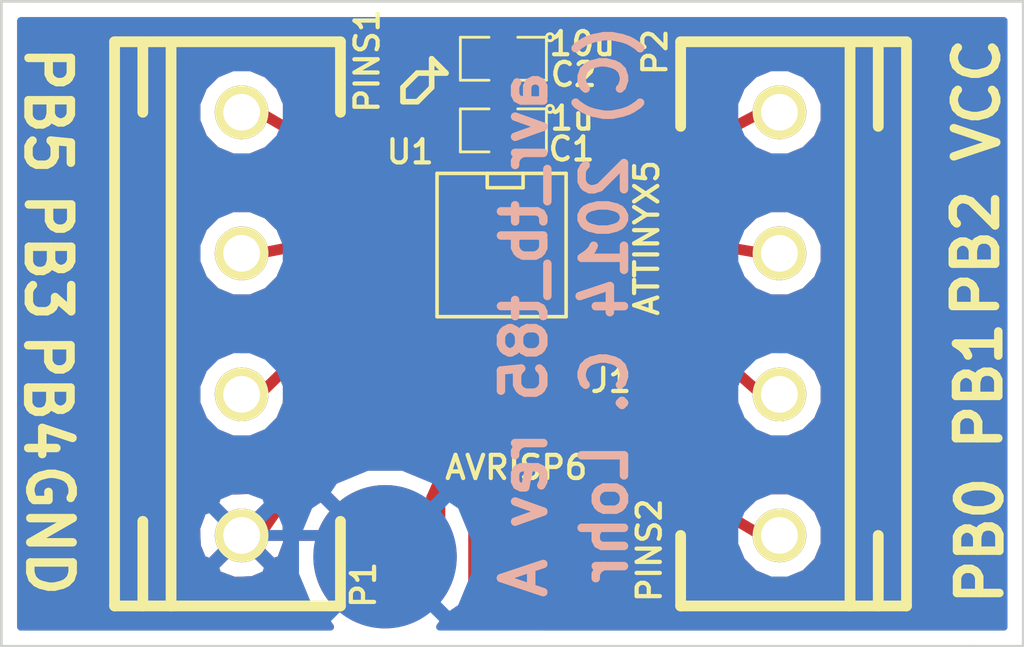
<source format=kicad_pcb>
(kicad_pcb (version 3) (host pcbnew "(2013-jul-07)-stable")

  (general
    (links 20)
    (no_connects 0)
    (area 117.371315 88.395312 155.145286 112.5751)
    (thickness 1.6)
    (drawings 27)
    (tracks 131)
    (zones 0)
    (modules 8)
    (nets 9)
  )

  (page USLetter)
  (title_block 
    (title "AVR T85 Testbench")
    (rev -)
  )

  (layers
    (15 F.Cu signal)
    (0 B.Cu signal)
    (16 B.Adhes user)
    (17 F.Adhes user)
    (18 B.Paste user)
    (19 F.Paste user)
    (20 B.SilkS user)
    (21 F.SilkS user)
    (22 B.Mask user)
    (23 F.Mask user)
    (24 Dwgs.User user)
    (25 Cmts.User user)
    (26 Eco1.User user)
    (27 Eco2.User user)
    (28 Edge.Cuts user)
  )

  (setup
    (last_trace_width 0.381)
    (trace_clearance 0.254)
    (zone_clearance 0.508)
    (zone_45_only no)
    (trace_min 0.254)
    (segment_width 0.2)
    (edge_width 0.1)
    (via_size 0.889)
    (via_drill 0.635)
    (via_min_size 0.889)
    (via_min_drill 0.508)
    (uvia_size 0.508)
    (uvia_drill 0.127)
    (uvias_allowed no)
    (uvia_min_size 0.508)
    (uvia_min_drill 0.127)
    (pcb_text_width 0.3)
    (pcb_text_size 1.5 1.5)
    (mod_edge_width 0.15)
    (mod_text_size 0.8222 0.8222)
    (mod_text_width 0.15)
    (pad_size 0.508 1.524)
    (pad_drill 0)
    (pad_to_mask_clearance 0)
    (aux_axis_origin 0 0)
    (visible_elements FFFFFF7F)
    (pcbplotparams
      (layerselection 284196865)
      (usegerberextensions true)
      (excludeedgelayer false)
      (linewidth 0.150000)
      (plotframeref false)
      (viasonmask false)
      (mode 1)
      (useauxorigin false)
      (hpglpennumber 1)
      (hpglpenspeed 20)
      (hpglpendiameter 15)
      (hpglpenoverlay 2)
      (psnegative false)
      (psa4output false)
      (plotreference true)
      (plotvalue true)
      (plotothertext true)
      (plotinvisibletext false)
      (padsonsilk false)
      (subtractmaskfromsilk false)
      (outputformat 1)
      (mirror false)
      (drillshape 0)
      (scaleselection 1)
      (outputdirectory tb85))
  )

  (net 0 "")
  (net 1 +5V)
  (net 2 GND)
  (net 3 N-000002)
  (net 4 N-000003)
  (net 5 N-000004)
  (net 6 N-000006)
  (net 7 N-000007)
  (net 8 N-000008)

  (net_class Default "This is the default net class."
    (clearance 0.254)
    (trace_width 0.381)
    (via_dia 0.889)
    (via_drill 0.635)
    (uvia_dia 0.508)
    (uvia_drill 0.127)
    (add_net "")
    (add_net +5V)
    (add_net GND)
    (add_net N-000002)
    (add_net N-000003)
    (add_net N-000004)
    (add_net N-000006)
    (add_net N-000007)
    (add_net N-000008)
  )

  (module SM0805 (layer F.Cu) (tedit 53BD7B14) (tstamp 53BD79BA)
    (at 135.89 93.472 180)
    (path /53BD7A57)
    (attr smd)
    (fp_text reference C1 (at -2.413 -0.6604 180) (layer F.SilkS)
      (effects (font (size 0.8222 0.8222) (thickness 0.15)))
    )
    (fp_text value 1u (at -2.4384 0.4318 180) (layer F.SilkS)
      (effects (font (size 0.8222 0.8222) (thickness 0.15)))
    )
    (fp_circle (center -1.651 0.762) (end -1.651 0.635) (layer F.SilkS) (width 0.09906))
    (fp_line (start -0.508 0.762) (end -1.524 0.762) (layer F.SilkS) (width 0.09906))
    (fp_line (start -1.524 0.762) (end -1.524 -0.762) (layer F.SilkS) (width 0.09906))
    (fp_line (start -1.524 -0.762) (end -0.508 -0.762) (layer F.SilkS) (width 0.09906))
    (fp_line (start 0.508 -0.762) (end 1.524 -0.762) (layer F.SilkS) (width 0.09906))
    (fp_line (start 1.524 -0.762) (end 1.524 0.762) (layer F.SilkS) (width 0.09906))
    (fp_line (start 1.524 0.762) (end 0.508 0.762) (layer F.SilkS) (width 0.09906))
    (pad 1 smd rect (at -0.9525 0 180) (size 0.889 1.397)
      (layers F.Cu F.Paste F.Mask)
      (net 1 +5V)
    )
    (pad 2 smd rect (at 0.9525 0 180) (size 0.889 1.397)
      (layers F.Cu F.Paste F.Mask)
      (net 2 GND)
    )
    (model smd/chip_cms.wrl
      (at (xyz 0 0 0))
      (scale (xyz 0.1 0.1 0.1))
      (rotate (xyz 0 0 0))
    )
  )

  (module SM0805 (layer F.Cu) (tedit 53BD7B0F) (tstamp 53BD79C7)
    (at 135.89 90.932 180)
    (path /53BD7A70)
    (attr smd)
    (fp_text reference C2 (at -2.4892 -0.5588 180) (layer F.SilkS)
      (effects (font (size 0.8222 0.8222) (thickness 0.15)))
    )
    (fp_text value 10u (at -2.794 0.5334 180) (layer F.SilkS)
      (effects (font (size 0.8222 0.8222) (thickness 0.15)))
    )
    (fp_circle (center -1.651 0.762) (end -1.651 0.635) (layer F.SilkS) (width 0.09906))
    (fp_line (start -0.508 0.762) (end -1.524 0.762) (layer F.SilkS) (width 0.09906))
    (fp_line (start -1.524 0.762) (end -1.524 -0.762) (layer F.SilkS) (width 0.09906))
    (fp_line (start -1.524 -0.762) (end -0.508 -0.762) (layer F.SilkS) (width 0.09906))
    (fp_line (start 0.508 -0.762) (end 1.524 -0.762) (layer F.SilkS) (width 0.09906))
    (fp_line (start 1.524 -0.762) (end 1.524 0.762) (layer F.SilkS) (width 0.09906))
    (fp_line (start 1.524 0.762) (end 0.508 0.762) (layer F.SilkS) (width 0.09906))
    (pad 1 smd rect (at -0.9525 0 180) (size 0.889 1.397)
      (layers F.Cu F.Paste F.Mask)
      (net 1 +5V)
    )
    (pad 2 smd rect (at 0.9525 0 180) (size 0.889 1.397)
      (layers F.Cu F.Paste F.Mask)
      (net 2 GND)
    )
    (model smd/chip_cms.wrl
      (at (xyz 0 0 0))
      (scale (xyz 0.1 0.1 0.1))
      (rotate (xyz 0 0 0))
    )
  )

  (module PHOENIX1935187 (layer F.Cu) (tedit 53BD7B01) (tstamp 53BD7A0D)
    (at 126.619 100.33 270)
    (path /53BD78A7)
    (fp_text reference P1 (at 9.25068 -4.318 450) (layer F.SilkS)
      (effects (font (size 0.8222 0.8222) (thickness 0.15)))
    )
    (fp_text value PINS1 (at -9.3218 -4.445 450) (layer F.SilkS)
      (effects (font (size 0.8222 0.8222) (thickness 0.15)))
    )
    (fp_line (start -10 -3.5) (end -10 4.5) (layer F.SilkS) (width 0.381))
    (fp_line (start 10 -3.5) (end 10 4.5) (layer F.SilkS) (width 0.381))
    (fp_line (start 10 4.5) (end -10 4.5) (layer F.SilkS) (width 0.381))
    (fp_line (start -10 2.5) (end 10 2.5) (layer F.SilkS) (width 0.381))
    (fp_line (start 7 -3.5) (end 10 -3.5) (layer F.SilkS) (width 0.381))
    (fp_line (start 10 3.5) (end 7 3.5) (layer F.SilkS) (width 0.381))
    (fp_line (start -7.5 -3.5) (end -10 -3.5) (layer F.SilkS) (width 0.381))
    (fp_line (start -10 3.5) (end -7.5 3.5) (layer F.SilkS) (width 0.381))
    (pad 1 thru_hole circle (at -7.5 0 270) (size 1.9 1.9) (drill 1.3)
      (layers *.Cu *.Mask F.SilkS)
      (net 5 N-000004)
    )
    (pad 2 thru_hole circle (at -2.5 0 270) (size 1.9 1.9) (drill 1.3)
      (layers *.Cu *.Mask F.SilkS)
      (net 4 N-000003)
    )
    (pad 3 thru_hole circle (at 2.5 0 270) (size 1.9 1.9) (drill 1.3)
      (layers *.Cu *.Mask F.SilkS)
      (net 3 N-000002)
    )
    (pad 4 thru_hole circle (at 7.5 0 270) (size 1.9 1.9) (drill 1.3)
      (layers *.Cu *.Mask F.SilkS)
      (net 2 GND)
    )
  )

  (module PHOENIX1935187 (layer F.Cu) (tedit 53BD7B09) (tstamp 53BD7A1D)
    (at 145.669 100.33 90)
    (path /53BD78B4)
    (fp_text reference P2 (at 9.63676 -4.40944 90) (layer F.SilkS)
      (effects (font (size 0.8222 0.8222) (thickness 0.15)))
    )
    (fp_text value PINS2 (at -8.0264 -4.6101 90) (layer F.SilkS)
      (effects (font (size 0.8222 0.8222) (thickness 0.15)))
    )
    (fp_line (start -10 -3.5) (end -10 4.5) (layer F.SilkS) (width 0.381))
    (fp_line (start 10 -3.5) (end 10 4.5) (layer F.SilkS) (width 0.381))
    (fp_line (start 10 4.5) (end -10 4.5) (layer F.SilkS) (width 0.381))
    (fp_line (start -10 2.5) (end 10 2.5) (layer F.SilkS) (width 0.381))
    (fp_line (start 7 -3.5) (end 10 -3.5) (layer F.SilkS) (width 0.381))
    (fp_line (start 10 3.5) (end 7 3.5) (layer F.SilkS) (width 0.381))
    (fp_line (start -7.5 -3.5) (end -10 -3.5) (layer F.SilkS) (width 0.381))
    (fp_line (start -10 3.5) (end -7.5 3.5) (layer F.SilkS) (width 0.381))
    (pad 1 thru_hole circle (at -7.5 0 90) (size 1.9 1.9) (drill 1.3)
      (layers *.Cu *.Mask F.SilkS)
      (net 8 N-000008)
    )
    (pad 2 thru_hole circle (at -2.5 0 90) (size 1.9 1.9) (drill 1.3)
      (layers *.Cu *.Mask F.SilkS)
      (net 6 N-000006)
    )
    (pad 3 thru_hole circle (at 2.5 0 90) (size 1.9 1.9) (drill 1.3)
      (layers *.Cu *.Mask F.SilkS)
      (net 7 N-000007)
    )
    (pad 4 thru_hole circle (at 7.5 0 90) (size 1.9 1.9) (drill 1.3)
      (layers *.Cu *.Mask F.SilkS)
      (net 1 +5V)
    )
  )

  (module RIBBON6SMT (layer F.Cu) (tedit 53BD7AFA) (tstamp 53BD7ABE)
    (at 138.43 108.204 180)
    (path /53BD7898)
    (fp_text reference J1 (at -1.27 5.8674 180) (layer F.SilkS)
      (effects (font (size 0.8222 0.8222) (thickness 0.15)))
    )
    (fp_text value AVRISP6 (at 2.0828 2.7813 180) (layer F.SilkS)
      (effects (font (size 0.8222 0.8222) (thickness 0.15)))
    )
    (pad 2 smd rect (at 0 0 180) (size 0.9652 3.0226)
      (layers F.Cu F.Paste F.Mask)
      (net 1 +5V)
    )
    (pad 4 smd rect (at 2.54 0 180) (size 0.9652 3.0226)
      (layers F.Cu F.Paste F.Mask)
      (net 8 N-000008)
    )
    (pad 6 smd rect (at 5.08 0 180) (size 0.9652 3.0226)
      (layers F.Cu F.Paste F.Mask)
      (net 2 GND)
    )
    (pad 1 smd rect (at 0 5.5372 180) (size 0.9652 3.0226)
      (layers F.Cu F.Paste F.Mask)
      (net 6 N-000006)
    )
    (pad 3 smd rect (at 2.54 5.5372 180) (size 0.9652 3.0226)
      (layers F.Cu F.Paste F.Mask)
      (net 7 N-000007)
    )
    (pad 5 smd rect (at 5.08 5.5372 180) (size 0.9652 3.0226)
      (layers F.Cu F.Paste F.Mask)
      (net 5 N-000004)
    )
  )

  (module SO8WIDE (layer F.Cu) (tedit 540563CB) (tstamp 5405780F)
    (at 135.8265 97.536 270)
    (tags "CMS SOJ")
    (path /53BD7889)
    (attr smd)
    (fp_text reference U1 (at -3.302 3.2385 360) (layer F.SilkS)
      (effects (font (size 0.8222 0.8222) (thickness 0.15)))
    )
    (fp_text value ATTINYX5 (at -0.254 -5.1435 270) (layer F.SilkS)
      (effects (font (size 0.8222 0.8222) (thickness 0.15)))
    )
    (fp_line (start -2.54 -2.286) (end 2.54 -2.286) (layer F.SilkS) (width 0.127))
    (fp_line (start 2.54 -2.286) (end 2.54 2.286) (layer F.SilkS) (width 0.127))
    (fp_line (start 2.54 2.286) (end -2.54 2.286) (layer F.SilkS) (width 0.127))
    (fp_line (start -2.54 2.286) (end -2.54 -2.286) (layer F.SilkS) (width 0.127))
    (fp_line (start -2.54 -0.762) (end -2.032 -0.762) (layer F.SilkS) (width 0.127))
    (fp_line (start -2.032 -0.762) (end -2.032 0.508) (layer F.SilkS) (width 0.127))
    (fp_line (start -2.032 0.508) (end -2.54 0.508) (layer F.SilkS) (width 0.127))
    (pad 8 smd rect (at -1.905 -3.302 270) (size 0.508 1.524)
      (layers F.Cu F.Paste F.Mask)
      (net 1 +5V)
    )
    (pad 7 smd rect (at -0.635 -3.302 270) (size 0.508 1.524)
      (layers F.Cu F.Paste F.Mask)
      (net 7 N-000007)
    )
    (pad 6 smd rect (at 0.635 -3.302 270) (size 0.508 1.524)
      (layers F.Cu F.Paste F.Mask)
      (net 6 N-000006)
    )
    (pad 5 smd rect (at 1.905 -3.302 270) (size 0.508 1.524)
      (layers F.Cu F.Paste F.Mask)
      (net 8 N-000008)
    )
    (pad 4 smd rect (at 1.905 3.302 270) (size 0.508 1.524)
      (layers F.Cu F.Paste F.Mask)
      (net 2 GND)
    )
    (pad 3 smd rect (at 0.635 3.302 270) (size 0.508 1.524)
      (layers F.Cu F.Paste F.Mask)
      (net 3 N-000002)
    )
    (pad 2 smd rect (at -0.635 3.302 270) (size 0.508 1.524)
      (layers F.Cu F.Paste F.Mask)
      (net 4 N-000003)
    )
    (pad 1 smd rect (at -1.905 3.302 270) (size 0.508 1.524)
      (layers F.Cu F.Paste F.Mask)
      (net 5 N-000004)
    )
    (model smd/cms_so8.wrl
      (at (xyz 0 0 0))
      (scale (xyz 0.5 0.38 0.5))
      (rotate (xyz 0 0 0))
    )
  )

  (module .2SMTPIN (layer F.Cu) (tedit 540562FF) (tstamp 5405785E)
    (at 131.699 108.585)
    (path /540562C6)
    (fp_text reference P3 (at 0 -3.25) (layer F.SilkS) hide
      (effects (font (size 0.8222 0.8222) (thickness 0.15)))
    )
    (fp_text value CONN_1 (at 0 3.25) (layer F.SilkS) hide
      (effects (font (size 0.8222 0.8222) (thickness 0.15)))
    )
    (pad 1 smd circle (at 0 0) (size 5.08 5.08)
      (layers F.Cu F.Paste F.Mask)
      (net 2 GND)
    )
  )

  (module .2SMTPIN (layer B.Cu) (tedit 540562FB) (tstamp 54057863)
    (at 131.699 108.585)
    (path /540562D5)
    (fp_text reference P4 (at 0 3.25) (layer B.SilkS) hide
      (effects (font (size 0.8222 0.8222) (thickness 0.15)) (justify mirror))
    )
    (fp_text value CONN_1 (at 0 -3.25) (layer B.SilkS) hide
      (effects (font (size 0.8222 0.8222) (thickness 0.15)) (justify mirror))
    )
    (pad 1 smd circle (at 0 0) (size 5.08 5.08)
      (layers B.Cu B.Paste B.Mask)
      (net 2 GND)
    )
  )

  (gr_text "(C) 2014 C. Lohr" (at 139.4841 99.6315 90) (layer B.SilkS)
    (effects (font (size 1.5 1.5) (thickness 0.3)) (justify mirror))
  )
  (gr_text "avr_tb_t85 rev A" (at 136.6266 100.6983 90) (layer B.SilkS)
    (effects (font (size 1.5 1.5) (thickness 0.3)) (justify mirror))
  )
  (gr_line (start 118.11 111.76) (end 119.38 111.76) (angle 90) (layer Edge.Cuts) (width 0.1))
  (gr_line (start 118.11 88.9) (end 118.11 111.76) (angle 90) (layer Edge.Cuts) (width 0.1))
  (gr_line (start 119.38 88.9) (end 118.11 88.9) (angle 90) (layer Edge.Cuts) (width 0.1))
  (gr_line (start 154.305 88.9) (end 152.4 88.9) (angle 90) (layer Edge.Cuts) (width 0.1))
  (gr_line (start 154.305 111.76) (end 154.305 88.9) (angle 90) (layer Edge.Cuts) (width 0.1))
  (gr_line (start 152.4 111.76) (end 154.305 111.76) (angle 90) (layer Edge.Cuts) (width 0.1))
  (gr_line (start 132.842 92.456) (end 132.334 92.456) (angle 90) (layer F.SilkS) (width 0.2))
  (gr_line (start 133.35 91.948) (end 132.842 92.456) (angle 90) (layer F.SilkS) (width 0.2))
  (gr_line (start 133.35 91.44) (end 133.35 91.948) (angle 90) (layer F.SilkS) (width 0.2))
  (gr_line (start 133.858 91.44) (end 133.35 91.44) (angle 90) (layer F.SilkS) (width 0.2))
  (gr_line (start 133.35 90.932) (end 133.858 91.44) (angle 90) (layer F.SilkS) (width 0.2))
  (gr_line (start 133.35 91.44) (end 133.35 90.932) (angle 90) (layer F.SilkS) (width 0.2))
  (gr_line (start 132.842 91.44) (end 133.35 91.44) (angle 90) (layer F.SilkS) (width 0.2))
  (gr_line (start 132.334 91.948) (end 132.842 91.44) (angle 90) (layer F.SilkS) (width 0.2))
  (gr_line (start 132.334 92.456) (end 132.334 91.948) (angle 90) (layer F.SilkS) (width 0.2))
  (gr_text PB0 (at 152.781 108.0135 90) (layer F.SilkS)
    (effects (font (size 1.5 1.5) (thickness 0.3)))
  )
  (gr_text PB1 (at 152.7429 102.5271 90) (layer F.SilkS)
    (effects (font (size 1.5 1.5) (thickness 0.3)))
  )
  (gr_text PB2 (at 152.6286 97.8408 90) (layer F.SilkS)
    (effects (font (size 1.5 1.5) (thickness 0.3)))
  )
  (gr_text VCC (at 152.6667 92.3925 90) (layer F.SilkS)
    (effects (font (size 1.5 1.5) (thickness 0.3)))
  )
  (gr_text GND (at 119.8118 107.6452 270) (layer F.SilkS)
    (effects (font (size 1.5 1.5) (thickness 0.3)))
  )
  (gr_text PB4 (at 119.7356 102.9462 270) (layer F.SilkS)
    (effects (font (size 1.5 1.5) (thickness 0.3)))
  )
  (gr_text PB3 (at 119.761 97.9551 270) (layer F.SilkS)
    (effects (font (size 1.5 1.5) (thickness 0.3)))
  )
  (gr_text PB5 (at 119.7483 92.7608 270) (layer F.SilkS)
    (effects (font (size 1.5 1.5) (thickness 0.3)))
  )
  (gr_line (start 152.4 111.76) (end 119.38 111.76) (angle 90) (layer Edge.Cuts) (width 0.1))
  (gr_line (start 119.38 88.9) (end 152.4 88.9) (angle 90) (layer Edge.Cuts) (width 0.1))

  (segment (start 136.8425 91.44) (end 136.8425 90.932) (width 0.381) (layer F.Cu) (net 1))
  (segment (start 136.8425 91.6305) (end 136.8425 91.44) (width 0.381) (layer F.Cu) (net 1))
  (segment (start 136.8425 92.7735) (end 136.8425 91.6305) (width 0.381) (layer F.Cu) (net 1))
  (segment (start 136.8425 92.964) (end 136.8425 92.7735) (width 0.381) (layer F.Cu) (net 1))
  (segment (start 136.8425 93.472) (end 136.8425 92.964) (width 0.381) (layer F.Cu) (net 1))
  (segment (start 136.8425 94.3546) (end 137.694 95.64) (width 0.381) (layer F.Cu) (net 1))
  (segment (start 136.8425 94.1705) (end 136.8425 94.3546) (width 0.381) (layer F.Cu) (net 1))
  (segment (start 136.8425 93.98) (end 136.8425 94.1705) (width 0.381) (layer F.Cu) (net 1))
  (segment (start 136.8425 93.472) (end 136.8425 93.98) (width 0.381) (layer F.Cu) (net 1))
  (segment (start 139.446 95.631) (end 139.065 95.631) (width 0.381) (layer F.Cu) (net 1))
  (segment (start 139.6365 95.631) (end 139.446 95.631) (width 0.381) (layer F.Cu) (net 1))
  (segment (start 139.7417 95.631) (end 139.6365 95.631) (width 0.381) (layer F.Cu) (net 1))
  (segment (start 145.034 92.83) (end 139.7417 95.631) (width 0.381) (layer F.Cu) (net 1))
  (segment (start 136.5249 97.4296) (end 137.694 95.64) (width 0.381) (layer F.Cu) (net 1))
  (segment (start 135.2373 100.4245) (end 136.5249 97.4296) (width 0.381) (layer F.Cu) (net 1))
  (segment (start 135.1459 100.6174) (end 135.2373 100.4245) (width 0.381) (layer F.Cu) (net 1))
  (segment (start 135.1247 100.6386) (end 135.1459 100.6174) (width 0.381) (layer F.Cu) (net 1))
  (segment (start 134.946 100.9644) (end 135.1247 100.6386) (width 0.381) (layer F.Cu) (net 1))
  (segment (start 134.946 104.6393) (end 134.946 100.9644) (width 0.381) (layer F.Cu) (net 1))
  (segment (start 134.8358 106.4559) (end 134.946 104.6393) (width 0.381) (layer F.Cu) (net 1))
  (segment (start 134.8358 109.4785) (end 134.8358 106.4559) (width 0.381) (layer F.Cu) (net 1))
  (segment (start 134.8358 109.9521) (end 134.8358 109.4785) (width 0.381) (layer F.Cu) (net 1))
  (segment (start 135.1706 110.2869) (end 134.8358 109.9521) (width 0.381) (layer F.Cu) (net 1))
  (segment (start 136.1358 110.2869) (end 135.1706 110.2869) (width 0.381) (layer F.Cu) (net 1))
  (segment (start 136.6094 110.2869) (end 136.1358 110.2869) (width 0.381) (layer F.Cu) (net 1))
  (segment (start 138.1473 110.1979) (end 136.6094 110.2869) (width 0.381) (layer F.Cu) (net 1))
  (segment (start 138.43 109.9152) (end 138.1473 110.1979) (width 0.381) (layer F.Cu) (net 1))
  (segment (start 138.43 109.7153) (end 138.43 109.9152) (width 0.381) (layer F.Cu) (net 1))
  (segment (start 138.43 109.5248) (end 138.43 109.7153) (width 0.381) (layer F.Cu) (net 1))
  (segment (start 138.43 108.204) (end 138.43 109.5248) (width 0.381) (layer F.Cu) (net 1))
  (segment (start 138.3883 95.631) (end 137.694 95.64) (width 0.381) (layer F.Cu) (net 1))
  (segment (start 138.4935 95.631) (end 138.3883 95.631) (width 0.381) (layer F.Cu) (net 1))
  (segment (start 138.684 95.631) (end 138.4935 95.631) (width 0.381) (layer F.Cu) (net 1))
  (segment (start 139.065 95.631) (end 138.684 95.631) (width 0.381) (layer F.Cu) (net 1))
  (segment (start 126.619 107.83) (end 130.944 107.83) (width 0.381) (layer B.Cu) (net 2))
  (segment (start 130.944 107.83) (end 131.699 108.585) (width 0.381) (layer B.Cu) (net 2) (tstamp 54057889))
  (segment (start 133.35 108.204) (end 132.08 108.204) (width 0.381) (layer F.Cu) (net 2))
  (segment (start 132.08 108.204) (end 131.699 108.585) (width 0.381) (layer F.Cu) (net 2) (tstamp 54057885))
  (segment (start 134.9375 92.964) (end 134.9375 93.472) (width 0.381) (layer F.Cu) (net 2))
  (segment (start 134.9375 92.7735) (end 134.9375 92.964) (width 0.381) (layer F.Cu) (net 2))
  (segment (start 134.9375 91.6305) (end 134.9375 92.7735) (width 0.381) (layer F.Cu) (net 2))
  (segment (start 134.9375 91.44) (end 134.9375 91.6305) (width 0.381) (layer F.Cu) (net 2))
  (segment (start 134.9375 90.932) (end 134.9375 91.44) (width 0.381) (layer F.Cu) (net 2))
  (segment (start 133.0579 107.83) (end 133.35 108.204) (width 0.381) (layer F.Cu) (net 2))
  (segment (start 132.8674 107.83) (end 133.0579 107.83) (width 0.381) (layer F.Cu) (net 2))
  (segment (start 127.254 107.83) (end 132.8674 107.83) (width 0.381) (layer F.Cu) (net 2))
  (segment (start 134.9375 93.98) (end 134.9375 93.472) (width 0.381) (layer F.Cu) (net 2))
  (segment (start 134.9375 94.1705) (end 134.9375 93.98) (width 0.381) (layer F.Cu) (net 2))
  (segment (start 134.9375 94.3546) (end 134.9375 94.1705) (width 0.381) (layer F.Cu) (net 2))
  (segment (start 134.6062 99.9748) (end 134.9375 94.3546) (width 0.381) (layer F.Cu) (net 2))
  (segment (start 134.5344 100.2119) (end 134.6062 99.9748) (width 0.381) (layer F.Cu) (net 2))
  (segment (start 134.5132 100.2331) (end 134.5344 100.2119) (width 0.381) (layer F.Cu) (net 2))
  (segment (start 134.294 100.6943) (end 134.5132 100.2331) (width 0.381) (layer F.Cu) (net 2))
  (segment (start 134.294 104.3692) (end 134.294 100.6943) (width 0.381) (layer F.Cu) (net 2))
  (segment (start 133.35 106.4928) (end 134.294 104.3692) (width 0.381) (layer F.Cu) (net 2))
  (segment (start 133.35 106.6927) (end 133.35 106.4928) (width 0.381) (layer F.Cu) (net 2))
  (segment (start 133.35 106.8832) (end 133.35 106.6927) (width 0.381) (layer F.Cu) (net 2))
  (segment (start 133.35 108.204) (end 133.35 106.8832) (width 0.381) (layer F.Cu) (net 2))
  (segment (start 132.6973 99.9244) (end 127.254 107.83) (width 0.381) (layer F.Cu) (net 2))
  (segment (start 132.715 99.695) (end 132.6973 99.9244) (width 0.381) (layer F.Cu) (net 2))
  (segment (start 132.715 99.5045) (end 132.715 99.695) (width 0.381) (layer F.Cu) (net 2))
  (segment (start 132.715 99.441) (end 132.715 99.5045) (width 0.381) (layer F.Cu) (net 2))
  (segment (start 132.0383 98.171) (end 127.254 102.83) (width 0.381) (layer F.Cu) (net 3))
  (segment (start 132.1435 98.171) (end 132.0383 98.171) (width 0.381) (layer F.Cu) (net 3))
  (segment (start 132.334 98.171) (end 132.1435 98.171) (width 0.381) (layer F.Cu) (net 3))
  (segment (start 132.715 98.171) (end 132.334 98.171) (width 0.381) (layer F.Cu) (net 3))
  (segment (start 132.0383 96.901) (end 127.254 97.83) (width 0.381) (layer F.Cu) (net 4))
  (segment (start 132.1435 96.901) (end 132.0383 96.901) (width 0.381) (layer F.Cu) (net 4))
  (segment (start 132.334 96.901) (end 132.1435 96.901) (width 0.381) (layer F.Cu) (net 4))
  (segment (start 132.715 96.901) (end 132.334 96.901) (width 0.381) (layer F.Cu) (net 4))
  (segment (start 133.096 95.631) (end 132.715 95.631) (width 0.381) (layer F.Cu) (net 5))
  (segment (start 133.2865 95.631) (end 133.096 95.631) (width 0.381) (layer F.Cu) (net 5))
  (segment (start 133.3917 95.631) (end 133.2865 95.631) (width 0.381) (layer F.Cu) (net 5))
  (segment (start 133.5405 95.7798) (end 133.3917 95.631) (width 0.381) (layer F.Cu) (net 5))
  (segment (start 133.8581 96.4102) (end 133.5405 95.7798) (width 0.381) (layer F.Cu) (net 5))
  (segment (start 133.8581 98.9502) (end 133.8581 96.4102) (width 0.381) (layer F.Cu) (net 5))
  (segment (start 133.8581 99.4238) (end 133.8581 98.9502) (width 0.381) (layer F.Cu) (net 5))
  (segment (start 133.8511 99.6749) (end 133.8581 99.4238) (width 0.381) (layer F.Cu) (net 5))
  (segment (start 133.8152 99.914) (end 133.8511 99.6749) (width 0.381) (layer F.Cu) (net 5))
  (segment (start 133.5246 100.2175) (end 133.8152 99.914) (width 0.381) (layer F.Cu) (net 5))
  (segment (start 133.4128 100.4875) (end 133.5246 100.2175) (width 0.381) (layer F.Cu) (net 5))
  (segment (start 133.35 100.9556) (end 133.4128 100.4875) (width 0.381) (layer F.Cu) (net 5))
  (segment (start 133.35 101.1555) (end 133.35 100.9556) (width 0.381) (layer F.Cu) (net 5))
  (segment (start 133.35 101.346) (end 133.35 101.1555) (width 0.381) (layer F.Cu) (net 5))
  (segment (start 133.35 102.6668) (end 133.35 101.346) (width 0.381) (layer F.Cu) (net 5))
  (segment (start 132.0383 95.631) (end 127.254 92.83) (width 0.381) (layer F.Cu) (net 5))
  (segment (start 132.1435 95.631) (end 132.0383 95.631) (width 0.381) (layer F.Cu) (net 5))
  (segment (start 132.334 95.631) (end 132.1435 95.631) (width 0.381) (layer F.Cu) (net 5))
  (segment (start 132.715 95.631) (end 132.334 95.631) (width 0.381) (layer F.Cu) (net 5))
  (segment (start 138.43 101.346) (end 138.43 102.6668) (width 0.381) (layer F.Cu) (net 6))
  (segment (start 138.43 101.1555) (end 138.43 101.346) (width 0.381) (layer F.Cu) (net 6))
  (segment (start 138.43 100.9556) (end 138.43 101.1555) (width 0.381) (layer F.Cu) (net 6))
  (segment (start 137.9219 99.9318) (end 138.43 100.9556) (width 0.381) (layer F.Cu) (net 6))
  (segment (start 137.9219 99.4582) (end 137.9219 99.9318) (width 0.381) (layer F.Cu) (net 6))
  (segment (start 137.9219 98.9502) (end 137.9219 99.4582) (width 0.381) (layer F.Cu) (net 6))
  (segment (start 138.2395 98.3198) (end 137.9219 98.9502) (width 0.381) (layer F.Cu) (net 6))
  (segment (start 138.3883 98.171) (end 138.2395 98.3198) (width 0.381) (layer F.Cu) (net 6))
  (segment (start 138.4935 98.171) (end 138.3883 98.171) (width 0.381) (layer F.Cu) (net 6))
  (segment (start 138.684 98.171) (end 138.4935 98.171) (width 0.381) (layer F.Cu) (net 6))
  (segment (start 139.065 98.171) (end 138.684 98.171) (width 0.381) (layer F.Cu) (net 6))
  (segment (start 139.7417 98.171) (end 145.034 102.83) (width 0.381) (layer F.Cu) (net 6))
  (segment (start 139.6365 98.171) (end 139.7417 98.171) (width 0.381) (layer F.Cu) (net 6))
  (segment (start 139.446 98.171) (end 139.6365 98.171) (width 0.381) (layer F.Cu) (net 6))
  (segment (start 139.065 98.171) (end 139.446 98.171) (width 0.381) (layer F.Cu) (net 6))
  (segment (start 138.684 96.901) (end 139.065 96.901) (width 0.381) (layer F.Cu) (net 7))
  (segment (start 138.4935 96.901) (end 138.684 96.901) (width 0.381) (layer F.Cu) (net 7))
  (segment (start 138.3883 96.901) (end 138.4935 96.901) (width 0.381) (layer F.Cu) (net 7))
  (segment (start 137.9298 97.1025) (end 138.3883 96.901) (width 0.381) (layer F.Cu) (net 7))
  (segment (start 137.171 97.8613) (end 137.9298 97.1025) (width 0.381) (layer F.Cu) (net 7))
  (segment (start 135.89 100.9556) (end 137.171 97.8613) (width 0.381) (layer F.Cu) (net 7))
  (segment (start 135.89 101.1555) (end 135.89 100.9556) (width 0.381) (layer F.Cu) (net 7))
  (segment (start 135.89 101.346) (end 135.89 101.1555) (width 0.381) (layer F.Cu) (net 7))
  (segment (start 135.89 102.6668) (end 135.89 101.346) (width 0.381) (layer F.Cu) (net 7))
  (segment (start 139.7417 96.901) (end 145.034 97.83) (width 0.381) (layer F.Cu) (net 7))
  (segment (start 139.6365 96.901) (end 139.7417 96.901) (width 0.381) (layer F.Cu) (net 7))
  (segment (start 139.446 96.901) (end 139.6365 96.901) (width 0.381) (layer F.Cu) (net 7))
  (segment (start 139.065 96.901) (end 139.446 96.901) (width 0.381) (layer F.Cu) (net 7))
  (segment (start 145.034 107.83) (end 139.474 104.53) (width 0.381) (layer F.Cu) (net 8))
  (segment (start 139.1494 104.7497) (end 139.474 104.53) (width 0.381) (layer F.Cu) (net 8))
  (segment (start 136.1727 106.2101) (end 139.1494 104.7497) (width 0.381) (layer F.Cu) (net 8))
  (segment (start 135.89 106.4928) (end 136.1727 106.2101) (width 0.381) (layer F.Cu) (net 8))
  (segment (start 135.89 106.6927) (end 135.89 106.4928) (width 0.381) (layer F.Cu) (net 8))
  (segment (start 135.89 106.8832) (end 135.89 106.6927) (width 0.381) (layer F.Cu) (net 8))
  (segment (start 135.89 108.204) (end 135.89 106.8832) (width 0.381) (layer F.Cu) (net 8))
  (segment (start 139.065 99.5045) (end 139.065 99.441) (width 0.381) (layer F.Cu) (net 8))
  (segment (start 139.065 99.695) (end 139.065 99.5045) (width 0.381) (layer F.Cu) (net 8))
  (segment (start 139.0649 99.9318) (end 139.065 99.695) (width 0.381) (layer F.Cu) (net 8))
  (segment (start 139.4842 100.9187) (end 139.0649 99.9318) (width 0.381) (layer F.Cu) (net 8))
  (segment (start 139.4842 103.9413) (end 139.4842 100.9187) (width 0.381) (layer F.Cu) (net 8))
  (segment (start 139.4842 104.4149) (end 139.4842 103.9413) (width 0.381) (layer F.Cu) (net 8))
  (segment (start 139.474 104.53) (end 139.4842 104.4149) (width 0.381) (layer F.Cu) (net 8))

  (zone (net 2) (net_name GND) (layer F.Cu) (tstamp 54057883) (hatch edge 0.508)
    (connect_pads (clearance 0.508))
    (min_thickness 0.254)
    (fill (arc_segments 16) (thermal_gap 0.508) (thermal_bridge_width 0.508))
    (polygon
      (pts
        (xy 118.11 88.9) (xy 154.305 88.9) (xy 154.305 111.76) (xy 118.11 111.76)
      )
    )
    (filled_polygon
      (pts
        (xy 153.62 111.075) (xy 152.4 111.075) (xy 137.281809 111.075) (xy 138.194838 111.022355) (xy 138.333549 110.986353)
        (xy 138.463206 110.960563) (xy 138.482445 110.947707) (xy 138.506602 110.941438) (xy 138.620401 110.855528) (xy 138.731017 110.781617)
        (xy 139.013717 110.498917) (xy 139.141393 110.307835) (xy 139.271829 110.253941) (xy 139.450613 110.075468) (xy 139.547489 109.842164)
        (xy 139.54771 109.589545) (xy 139.54771 106.566945) (xy 139.451241 106.333471) (xy 139.272768 106.154687) (xy 139.039464 106.057811)
        (xy 138.786845 106.05759) (xy 138.360407 106.05759) (xy 139.494299 105.502101) (xy 144.129285 108.254154) (xy 144.32452 108.726657)
        (xy 144.769998 109.172913) (xy 145.352341 109.414723) (xy 145.982893 109.415274) (xy 146.565657 109.17448) (xy 147.011913 108.729002)
        (xy 147.253723 108.146659) (xy 147.254274 107.516107) (xy 147.01348 106.933343) (xy 146.568002 106.487087) (xy 145.985659 106.245277)
        (xy 145.355107 106.244726) (xy 144.772343 106.48552) (xy 144.627647 106.629963) (xy 140.3097 104.066153) (xy 140.3097 103.9413)
        (xy 140.3097 100.9187) (xy 140.30883 100.914328) (xy 140.309342 100.911634) (xy 140.285371 100.796393) (xy 140.246863 100.602795)
        (xy 140.244307 100.59897) (xy 140.24375 100.596289) (xy 140.113676 100.289856) (xy 140.249729 100.233641) (xy 140.428513 100.055168)
        (xy 140.482665 99.924753) (xy 144.083764 103.099548) (xy 144.083726 103.143893) (xy 144.32452 103.726657) (xy 144.769998 104.172913)
        (xy 145.352341 104.414723) (xy 145.982893 104.415274) (xy 146.565657 104.17448) (xy 147.011913 103.729002) (xy 147.253723 103.146659)
        (xy 147.254274 102.516107) (xy 147.01348 101.933343) (xy 146.568002 101.487087) (xy 145.985659 101.245277) (xy 145.355107 101.244726)
        (xy 144.772343 101.48552) (xy 144.761658 101.496185) (xy 140.689873 97.906423) (xy 144.244591 98.533215) (xy 144.32452 98.726657)
        (xy 144.769998 99.172913) (xy 145.352341 99.414723) (xy 145.982893 99.415274) (xy 146.565657 99.17448) (xy 147.011913 98.729002)
        (xy 147.253723 98.146659) (xy 147.254274 97.516107) (xy 147.01348 96.933343) (xy 146.568002 96.487087) (xy 145.985659 96.245277)
        (xy 145.355107 96.244726) (xy 144.772343 96.48552) (xy 144.377067 96.880106) (xy 140.453384 96.188254) (xy 144.593544 93.996151)
        (xy 144.769998 94.172913) (xy 145.352341 94.414723) (xy 145.982893 94.415274) (xy 146.565657 94.17448) (xy 147.011913 93.729002)
        (xy 147.253723 93.146659) (xy 147.254274 92.516107) (xy 147.01348 91.933343) (xy 146.568002 91.487087) (xy 145.985659 91.245277)
        (xy 145.355107 91.244726) (xy 144.772343 91.48552) (xy 144.326087 91.930998) (xy 144.145852 92.365049) (xy 139.656782 94.74189)
        (xy 138.240745 94.74189) (xy 138.121418 94.791194) (xy 137.872803 94.415576) (xy 137.921889 94.297364) (xy 137.92211 94.044745)
        (xy 137.92211 92.647745) (xy 137.825641 92.414271) (xy 137.668 92.256355) (xy 137.668 92.147407) (xy 137.825013 91.990668)
        (xy 137.921889 91.757364) (xy 137.92211 91.504745) (xy 137.92211 90.107745) (xy 137.825641 89.874271) (xy 137.647168 89.695487)
        (xy 137.413864 89.598611) (xy 137.161245 89.59839) (xy 136.272245 89.59839) (xy 136.038771 89.694859) (xy 135.89 89.843371)
        (xy 135.741229 89.694859) (xy 135.507755 89.59839) (xy 135.22325 89.5985) (xy 135.0645 89.75725) (xy 135.0645 90.805)
        (xy 135.0845 90.805) (xy 135.0845 91.059) (xy 135.0645 91.059) (xy 135.0645 92.10675) (xy 135.15975 92.202)
        (xy 135.0645 92.29725) (xy 135.0645 93.345) (xy 135.0845 93.345) (xy 135.0845 93.599) (xy 135.0645 93.599)
        (xy 135.0645 94.64675) (xy 135.22325 94.8055) (xy 135.507755 94.80561) (xy 135.741229 94.709141) (xy 135.890102 94.560526)
        (xy 136.037832 94.708513) (xy 136.127799 94.74587) (xy 136.154127 94.810224) (xy 136.706411 95.644634) (xy 135.834151 96.977587)
        (xy 135.803956 97.052509) (xy 135.768585 97.103879) (xy 134.8105 99.328526) (xy 134.8105 94.64675) (xy 134.8105 93.599)
        (xy 134.8105 93.345) (xy 134.8105 92.29725) (xy 134.71525 92.202) (xy 134.8105 92.10675) (xy 134.8105 91.059)
        (xy 134.8105 90.805) (xy 134.8105 89.75725) (xy 134.65175 89.5985) (xy 134.367245 89.59839) (xy 134.133771 89.694859)
        (xy 133.954987 89.873332) (xy 133.858111 90.106636) (xy 133.85789 90.359255) (xy 133.858 90.64625) (xy 134.01675 90.805)
        (xy 134.8105 90.805) (xy 134.8105 91.059) (xy 134.01675 91.059) (xy 133.858 91.21775) (xy 133.85789 91.504745)
        (xy 133.858111 91.757364) (xy 133.954987 91.990668) (xy 134.133771 92.169141) (xy 134.213296 92.202) (xy 134.133771 92.234859)
        (xy 133.954987 92.413332) (xy 133.858111 92.646636) (xy 133.85789 92.899255) (xy 133.858 93.18625) (xy 134.01675 93.345)
        (xy 134.8105 93.345) (xy 134.8105 93.599) (xy 134.01675 93.599) (xy 133.858 93.75775) (xy 133.85789 94.044745)
        (xy 133.858111 94.297364) (xy 133.954987 94.530668) (xy 134.133771 94.709141) (xy 134.367245 94.80561) (xy 134.65175 94.8055)
        (xy 134.8105 94.64675) (xy 134.8105 99.328526) (xy 134.678003 99.636181) (xy 134.683292 99.44685) (xy 134.68132 99.435257)
        (xy 134.6836 99.4238) (xy 134.6836 98.9502) (xy 134.6836 96.4102) (xy 134.677372 96.378893) (xy 134.680951 96.349959)
        (xy 134.647653 96.229485) (xy 134.620763 96.094295) (xy 134.6029 96.067561) (xy 134.595146 96.039505) (xy 134.277978 95.408887)
        (xy 134.197193 95.305302) (xy 134.124216 95.196083) (xy 133.975417 95.047283) (xy 133.707606 94.868337) (xy 133.668128 94.860484)
        (xy 133.646668 94.838987) (xy 133.413364 94.742111) (xy 133.160745 94.74189) (xy 132.161991 94.74189) (xy 128.156927 92.401519)
        (xy 127.96348 91.933343) (xy 127.518002 91.487087) (xy 126.935659 91.245277) (xy 126.305107 91.244726) (xy 125.722343 91.48552)
        (xy 125.276087 91.930998) (xy 125.034277 92.513341) (xy 125.033726 93.143893) (xy 125.27452 93.726657) (xy 125.719998 94.172913)
        (xy 126.302341 94.414723) (xy 126.932893 94.415274) (xy 127.515657 94.17448) (xy 127.664443 94.025952) (xy 131.148513 96.061878)
        (xy 131.213592 96.219382) (xy 127.894756 96.864499) (xy 127.518002 96.487087) (xy 126.935659 96.245277) (xy 126.305107 96.244726)
        (xy 125.722343 96.48552) (xy 125.276087 96.930998) (xy 125.034277 97.513341) (xy 125.033726 98.143893) (xy 125.27452 98.726657)
        (xy 125.719998 99.172913) (xy 126.302341 99.414723) (xy 126.932893 99.415274) (xy 127.515657 99.17448) (xy 127.961913 98.729002)
        (xy 128.050289 98.516167) (xy 131.119401 97.919592) (xy 127.470955 101.467551) (xy 126.935659 101.245277) (xy 126.305107 101.244726)
        (xy 125.722343 101.48552) (xy 125.276087 101.930998) (xy 125.034277 102.513341) (xy 125.033726 103.143893) (xy 125.27452 103.726657)
        (xy 125.719998 104.172913) (xy 126.302341 104.414723) (xy 126.932893 104.415274) (xy 127.515657 104.17448) (xy 127.961913 103.729002)
        (xy 128.203723 103.146659) (xy 128.2038 103.057828) (xy 131.257655 100.088084) (xy 131.402332 100.233013) (xy 131.635636 100.329889)
        (xy 131.888255 100.33011) (xy 132.23875 100.33) (xy 132.3975 100.17125) (xy 132.3975 99.568) (xy 132.3775 99.568)
        (xy 132.3775 99.314) (xy 132.3975 99.314) (xy 132.3975 99.294) (xy 132.6515 99.294) (xy 132.6515 99.314)
        (xy 132.6715 99.314) (xy 132.6715 99.568) (xy 132.6515 99.568) (xy 132.6515 100.168304) (xy 132.650137 100.171595)
        (xy 132.6297 100.274338) (xy 132.594215 100.378278) (xy 132.565544 100.593152) (xy 132.508171 100.616859) (xy 132.329387 100.795332)
        (xy 132.232511 101.028636) (xy 132.23229 101.281255) (xy 132.23229 104.303855) (xy 132.328759 104.537329) (xy 132.507232 104.716113)
        (xy 132.740536 104.812989) (xy 132.993155 104.81321) (xy 133.958355 104.81321) (xy 134.11314 104.749254) (xy 134.031276 106.08772)
        (xy 133.958355 106.05759) (xy 133.63575 106.0577) (xy 133.619065 106.074384) (xy 133.497569 105.893418) (xy 132.330637 105.41002)
        (xy 131.067544 105.409984) (xy 129.900585 105.893315) (xy 129.900431 105.893418) (xy 129.613862 106.320257) (xy 131.699 108.405395)
        (xy 131.713142 108.391252) (xy 131.892747 108.570857) (xy 131.878605 108.585) (xy 131.892747 108.599142) (xy 131.713142 108.778747)
        (xy 131.699 108.764605) (xy 131.519395 108.94421) (xy 131.519395 108.585) (xy 129.434257 106.499862) (xy 129.007418 106.786431)
        (xy 128.52402 107.953363) (xy 128.523984 109.216456) (xy 129.007315 110.383415) (xy 129.007418 110.383569) (xy 129.434257 110.670138)
        (xy 131.519395 108.585) (xy 131.519395 108.94421) (xy 129.613862 110.849743) (xy 129.765093 111.075) (xy 128.215187 111.075)
        (xy 128.215187 108.082602) (xy 128.190351 107.452539) (xy 127.997018 106.985792) (xy 127.735349 106.893256) (xy 127.555744 107.072861)
        (xy 127.555744 106.713651) (xy 127.463208 106.451982) (xy 126.871602 106.233813) (xy 126.241539 106.258649) (xy 125.774792 106.451982)
        (xy 125.682256 106.713651) (xy 126.619 107.650395) (xy 127.555744 106.713651) (xy 127.555744 107.072861) (xy 126.798605 107.83)
        (xy 127.735349 108.766744) (xy 127.997018 108.674208) (xy 128.215187 108.082602) (xy 128.215187 111.075) (xy 127.555744 111.075)
        (xy 127.555744 108.946349) (xy 126.619 108.009605) (xy 126.439395 108.18921) (xy 126.439395 107.83) (xy 125.502651 106.893256)
        (xy 125.240982 106.985792) (xy 125.022813 107.577398) (xy 125.047649 108.207461) (xy 125.240982 108.674208) (xy 125.502651 108.766744)
        (xy 126.439395 107.83) (xy 126.439395 108.18921) (xy 125.682256 108.946349) (xy 125.774792 109.208018) (xy 126.366398 109.426187)
        (xy 126.996461 109.401351) (xy 127.463208 109.208018) (xy 127.555744 108.946349) (xy 127.555744 111.075) (xy 119.38 111.075)
        (xy 118.795 111.075) (xy 118.795 89.585) (xy 119.38 89.585) (xy 152.4 89.585) (xy 153.62 89.585)
        (xy 153.62 111.075)
      )
    )
  )
  (zone (net 2) (net_name GND) (layer B.Cu) (tstamp 54057884) (hatch edge 0.508)
    (connect_pads (clearance 0.508))
    (min_thickness 0.254)
    (fill (arc_segments 16) (thermal_gap 0.508) (thermal_bridge_width 0.508))
    (polygon
      (pts
        (xy 118.11 88.9) (xy 154.305 88.9) (xy 154.305 111.76) (xy 118.11 111.76)
      )
    )
    (filled_polygon
      (pts
        (xy 153.62 111.075) (xy 152.4 111.075) (xy 147.254274 111.075) (xy 147.254274 107.516107) (xy 147.254274 102.516107)
        (xy 147.254274 97.516107) (xy 147.254274 92.516107) (xy 147.01348 91.933343) (xy 146.568002 91.487087) (xy 145.985659 91.245277)
        (xy 145.355107 91.244726) (xy 144.772343 91.48552) (xy 144.326087 91.930998) (xy 144.084277 92.513341) (xy 144.083726 93.143893)
        (xy 144.32452 93.726657) (xy 144.769998 94.172913) (xy 145.352341 94.414723) (xy 145.982893 94.415274) (xy 146.565657 94.17448)
        (xy 147.011913 93.729002) (xy 147.253723 93.146659) (xy 147.254274 92.516107) (xy 147.254274 97.516107) (xy 147.01348 96.933343)
        (xy 146.568002 96.487087) (xy 145.985659 96.245277) (xy 145.355107 96.244726) (xy 144.772343 96.48552) (xy 144.326087 96.930998)
        (xy 144.084277 97.513341) (xy 144.083726 98.143893) (xy 144.32452 98.726657) (xy 144.769998 99.172913) (xy 145.352341 99.414723)
        (xy 145.982893 99.415274) (xy 146.565657 99.17448) (xy 147.011913 98.729002) (xy 147.253723 98.146659) (xy 147.254274 97.516107)
        (xy 147.254274 102.516107) (xy 147.01348 101.933343) (xy 146.568002 101.487087) (xy 145.985659 101.245277) (xy 145.355107 101.244726)
        (xy 144.772343 101.48552) (xy 144.326087 101.930998) (xy 144.084277 102.513341) (xy 144.083726 103.143893) (xy 144.32452 103.726657)
        (xy 144.769998 104.172913) (xy 145.352341 104.414723) (xy 145.982893 104.415274) (xy 146.565657 104.17448) (xy 147.011913 103.729002)
        (xy 147.253723 103.146659) (xy 147.254274 102.516107) (xy 147.254274 107.516107) (xy 147.01348 106.933343) (xy 146.568002 106.487087)
        (xy 145.985659 106.245277) (xy 145.355107 106.244726) (xy 144.772343 106.48552) (xy 144.326087 106.930998) (xy 144.084277 107.513341)
        (xy 144.083726 108.143893) (xy 144.32452 108.726657) (xy 144.769998 109.172913) (xy 145.352341 109.414723) (xy 145.982893 109.415274)
        (xy 146.565657 109.17448) (xy 147.011913 108.729002) (xy 147.253723 108.146659) (xy 147.254274 107.516107) (xy 147.254274 111.075)
        (xy 134.874016 111.075) (xy 134.874016 107.953544) (xy 134.390685 106.786585) (xy 134.390582 106.786431) (xy 133.963743 106.499862)
        (xy 133.784138 106.679467) (xy 133.784138 106.320257) (xy 133.497569 105.893418) (xy 132.330637 105.41002) (xy 131.067544 105.409984)
        (xy 129.900585 105.893315) (xy 129.900431 105.893418) (xy 129.613862 106.320257) (xy 131.699 108.405395) (xy 133.784138 106.320257)
        (xy 133.784138 106.679467) (xy 131.878605 108.585) (xy 133.963743 110.670138) (xy 134.390582 110.383569) (xy 134.87398 109.216637)
        (xy 134.874016 107.953544) (xy 134.874016 111.075) (xy 133.632906 111.075) (xy 133.784138 110.849743) (xy 131.699 108.764605)
        (xy 131.519395 108.94421) (xy 131.519395 108.585) (xy 129.434257 106.499862) (xy 129.007418 106.786431) (xy 128.52402 107.953363)
        (xy 128.523984 109.216456) (xy 129.007315 110.383415) (xy 129.007418 110.383569) (xy 129.434257 110.670138) (xy 131.519395 108.585)
        (xy 131.519395 108.94421) (xy 129.613862 110.849743) (xy 129.765093 111.075) (xy 128.215187 111.075) (xy 128.215187 108.082602)
        (xy 128.204274 107.80575) (xy 128.204274 102.516107) (xy 128.204274 97.516107) (xy 128.204274 92.516107) (xy 127.96348 91.933343)
        (xy 127.518002 91.487087) (xy 126.935659 91.245277) (xy 126.305107 91.244726) (xy 125.722343 91.48552) (xy 125.276087 91.930998)
        (xy 125.034277 92.513341) (xy 125.033726 93.143893) (xy 125.27452 93.726657) (xy 125.719998 94.172913) (xy 126.302341 94.414723)
        (xy 126.932893 94.415274) (xy 127.515657 94.17448) (xy 127.961913 93.729002) (xy 128.203723 93.146659) (xy 128.204274 92.516107)
        (xy 128.204274 97.516107) (xy 127.96348 96.933343) (xy 127.518002 96.487087) (xy 126.935659 96.245277) (xy 126.305107 96.244726)
        (xy 125.722343 96.48552) (xy 125.276087 96.930998) (xy 125.034277 97.513341) (xy 125.033726 98.143893) (xy 125.27452 98.726657)
        (xy 125.719998 99.172913) (xy 126.302341 99.414723) (xy 126.932893 99.415274) (xy 127.515657 99.17448) (xy 127.961913 98.729002)
        (xy 128.203723 98.146659) (xy 128.204274 97.516107) (xy 128.204274 102.516107) (xy 127.96348 101.933343) (xy 127.518002 101.487087)
        (xy 126.935659 101.245277) (xy 126.305107 101.244726) (xy 125.722343 101.48552) (xy 125.276087 101.930998) (xy 125.034277 102.513341)
        (xy 125.033726 103.143893) (xy 125.27452 103.726657) (xy 125.719998 104.172913) (xy 126.302341 104.414723) (xy 126.932893 104.415274)
        (xy 127.515657 104.17448) (xy 127.961913 103.729002) (xy 128.203723 103.146659) (xy 128.204274 102.516107) (xy 128.204274 107.80575)
        (xy 128.190351 107.452539) (xy 127.997018 106.985792) (xy 127.735349 106.893256) (xy 127.555744 107.072861) (xy 127.555744 106.713651)
        (xy 127.463208 106.451982) (xy 126.871602 106.233813) (xy 126.241539 106.258649) (xy 125.774792 106.451982) (xy 125.682256 106.713651)
        (xy 126.619 107.650395) (xy 127.555744 106.713651) (xy 127.555744 107.072861) (xy 126.798605 107.83) (xy 127.735349 108.766744)
        (xy 127.997018 108.674208) (xy 128.215187 108.082602) (xy 128.215187 111.075) (xy 127.555744 111.075) (xy 127.555744 108.946349)
        (xy 126.619 108.009605) (xy 126.439395 108.18921) (xy 126.439395 107.83) (xy 125.502651 106.893256) (xy 125.240982 106.985792)
        (xy 125.022813 107.577398) (xy 125.047649 108.207461) (xy 125.240982 108.674208) (xy 125.502651 108.766744) (xy 126.439395 107.83)
        (xy 126.439395 108.18921) (xy 125.682256 108.946349) (xy 125.774792 109.208018) (xy 126.366398 109.426187) (xy 126.996461 109.401351)
        (xy 127.463208 109.208018) (xy 127.555744 108.946349) (xy 127.555744 111.075) (xy 119.38 111.075) (xy 118.795 111.075)
        (xy 118.795 89.585) (xy 119.38 89.585) (xy 152.4 89.585) (xy 153.62 89.585) (xy 153.62 111.075)
      )
    )
  )
)

</source>
